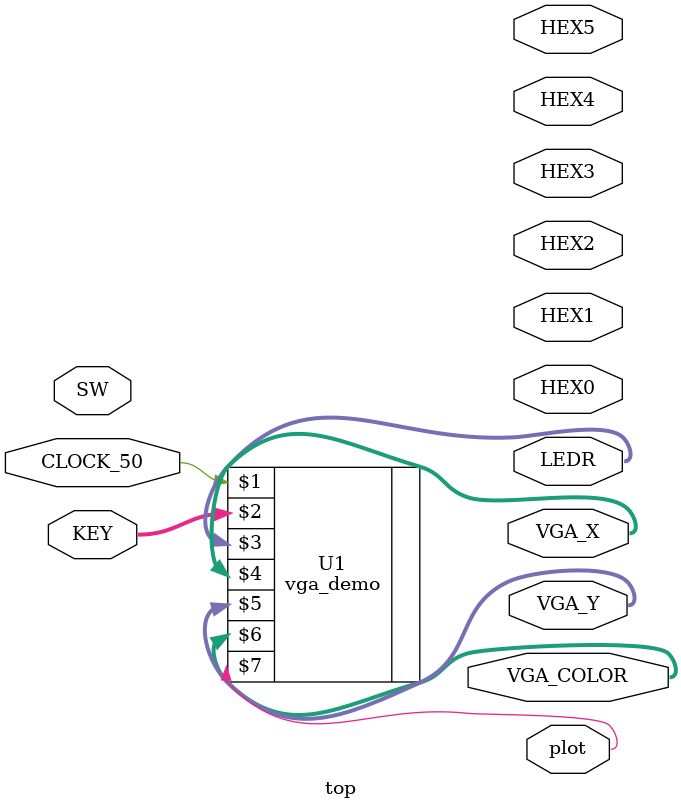
<source format=v>
module top (CLOCK_50, SW, KEY, HEX0, HEX1, HEX2, HEX3, HEX4, HEX5, LEDR, VGA_X, VGA_Y, VGA_COLOR, plot);

    input CLOCK_50;             // DE-series 50 MHz clock signal
    input wire [9:0] SW;        // DE-series switches
    input wire [3:0] KEY;       // DE-series pushbuttons

    output wire [6:0] HEX0;     // DE-series HEX displays
    output wire [6:0] HEX1;
    output wire [6:0] HEX2;
    output wire [6:0] HEX3;
    output wire [6:0] HEX4;
    output wire [6:0] HEX5;

    output wire [9:0] LEDR;     // DE-series LEDs   
    output wire [9:0] VGA_X;
    output wire [8:0] VGA_Y;
    output wire [23:0] VGA_COLOR;
    output wire plot;

    // The VGA resolution, which can be set to "640x480", "320x240", or "160x120"
    parameter RESOLUTION = "640x480";
    parameter COLOR_DEPTH = 9; // Can be set to 9, 6, or 3
    // VGA x bitwidth
    parameter n = (RESOLUTION == "640x480") ? 10 : ((RESOLUTION == "320x240") ? 9 : 8);

    vga_demo U1 (CLOCK_50, KEY, LEDR, VGA_X[n-1:0], VGA_Y[n-2:0], VGA_COLOR, plot);
        defparam U1.RESOLUTION = RESOLUTION;
        defparam U1.COLOR_DEPTH = COLOR_DEPTH;

endmodule


</source>
